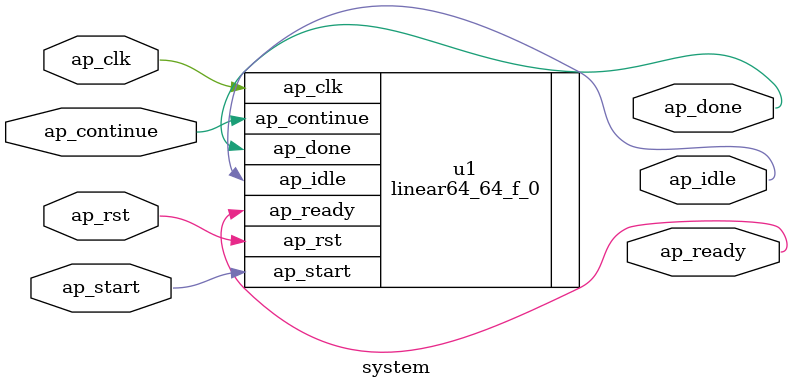
<source format=v>
`timescale 1ns / 1ps


module system(
    input ap_clk,
    input ap_rst,
    input ap_start,
    output ap_done,
    input ap_continue,
    output ap_idle,
    output ap_ready
    );
    linear64_64_f_0 u1(
        .ap_clk(ap_clk),
        .ap_rst(ap_rst),
        .ap_start(ap_start),
        .ap_done(ap_done),
        .ap_continue(ap_continue),
        .ap_idle(ap_idle),
        .ap_ready(ap_ready)
    );
endmodule

</source>
